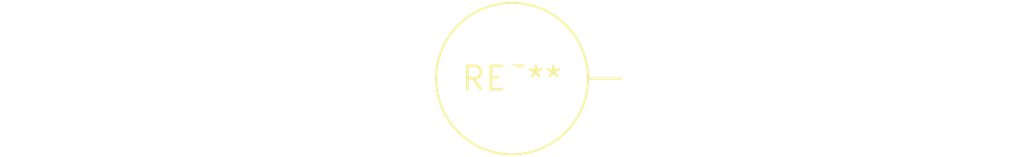
<source format=kicad_pcb>
(kicad_pcb (version 20240108) (generator pcbnew)
  (layers (0 "F.Cu" signal) (31 "B.Cu" signal) (34 "B.Paste" user) (35 "F.Paste" user) (36 "B.SilkS" user "B.Silkscreen") (37 "F.SilkS" user "F.Silkscreen") (38 "B.Mask" user) (39 "F.Mask" user) (44 "Edge.Cuts" user))
  (net 0 "")
  (footprint "L_Axial_L30.0mm_D8.0mm_P7.62mm_Vertical_Fastron_77A" (layer "F.Cu") (at 0 0)
    (property "Reference" "REF**")
    (property "Value" "L_Axial_L30.0mm_D8.0mm_P7.62mm_Vertical_Fastron_77A")
    (fp_line (start 4.12 0) (end 5.92 0) (layer "F.SilkS") (stroke (width 0.12)))
    (fp_circle (center 0 0) (end 4.12 0) (layer "F.SilkS") (stroke (width 0.12)) (fill none))
    (pad "1" thru_hole circle (at 0 0) (size 2.8 2.8) (drill 1.4) (layers *.Cu *.Mask) (remove_unused_layers))
    (pad "2" thru_hole oval (at 7.62 0) (size 2.8 2.8) (drill 1.4) (layers *.Cu *.Mask) (remove_unused_layers))
  )
)
</source>
